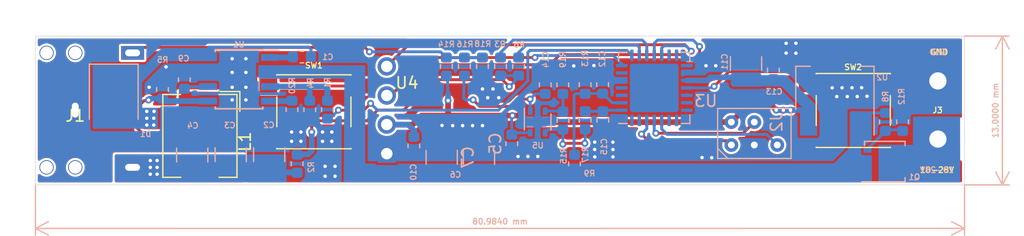
<source format=kicad_pcb>
(kicad_pcb (version 20211014) (generator pcbnew)
  (layers (0 "F.Cu" signal) (31 "B.Cu" signal) (34 "B.Paste" user) (35 "F.Paste" user) (36 "B.SilkS" user "B.Silkscreen") (37 "F.SilkS" user "F.Silkscreen") (38 "B.Mask" user) (39 "F.Mask" user) (44 "Edge.Cuts" user))
  (net 0 "")
  (net 1 "Out_Heater")
  (net 2 "GND")
  (net 3 "AN3_U_supply")
  (net 4 "RA2")
  (net 5 "Sensor_Temperatur")
  (net 6 "DC_IN")
  (net 7 "VDD")
  (net 8 "TIP_SUPPLY_EN")
  (net 9 "IN_SW1")
  (net 10 "IN_SW2")
  (net 11 "RC2")
  (net 12 "RC1")
  (net 13 "ICSPCLK")
  (net 14 "ICSPDAT")
  (net 15 "MCLR")
  (net 26 "unconnected-(U3-Pad12)")
  (net 27 "unconnected-(U3-Pad11)")
  (footprint "Juergen:L_Bourns_SRP6540T" (layer "F.Cu") (at 35.3416 28.7186 -90)
    (fp_text reference "L1")
    (fp_text value "SRP6540-3R3M")
  )
  (footprint "Juergen:SW_Push_1P1T_NO_6x6mm_H9.5mm" (layer "F.Cu") (at 92.3 26.5 180)
    (fp_text reference "SW2")
    (fp_text value "Schurter_1301.9319")
  )
  (footprint "Connector_Wire:SolderWirePad_1x02_P5.08mm_Drill1.5mm" (layer "F.Cu") (at 99.67472 28.99668 90)
    (fp_text reference "J3")
    (fp_text value "Jack-DC")
  )
  (footprint "Juergen:SW_Push_1P1T_NO_6x6mm_H9.5mm" (layer "F.Cu") (at 45.2858 26.61372)
    (fp_text reference "SW1")
    (fp_text value "Schurter_1301.9319")
  )
  (footprint "Juergen:JY039-3P" (layer "F.Cu") (at 24.4856 26.4668)
    (fp_text reference "J1")
    (fp_text value "AudioJack3")
  )
  (footprint "Juergen:OLED_128x32" (layer "F.Cu") (at 65.8 26.46176)
    (fp_text reference "U4")
    (fp_text value "OLED_128x32")
  )
  (footprint "Capacitor_SMD:C_1210_3225Metric" (layer "B.Cu") (at 41.3868 30.3632 90)
    (fp_text reference "C2")
    (fp_text value "47uF X5R 16V")
  )
  (footprint "Capacitor_SMD:C_1210_3225Metric" (layer "B.Cu") (at 38.034 30.3632 90)
    (fp_text reference "C3")
    (fp_text value "47uF X5R 16V")
  )
  (footprint "Juergen:D_PowerDI-5" (layer "B.Cu") (at 27.8384 26.266 -90)
    (fp_text reference "D1")
    (fp_text value "PDS760-13")
  )
  (footprint "Capacitor_SMD:C_0603_1608Metric" (layer "B.Cu") (at 65.45076 24.26212 90)
    (fp_text reference "C14")
    (fp_text value "10n")
  )
  (footprint "Capacitor_SMD:C_0603_1608Metric" (layer "B.Cu") (at 70.4698 27.35594 -90)
    (fp_text reference "C15")
    (fp_text value "10n")
  )
  (footprint "Resistor_SMD:R_0603_1608Metric" (layer "B.Cu") (at 59.9796 22.6671 -90)
    (fp_text reference "R18")
    (fp_text value "10M")
  )
  (footprint "Capacitor_SMD:C_1210_3225Metric" (layer "B.Cu") (at 34.6812 30.3916 90)
    (fp_text reference "C4")
    (fp_text value "47uF X5R 16V")
  )
  (footprint "Capacitor_SMD:C_1210_3225Metric" (layer "B.Cu") (at 82.9539 22.4033 90)
    (fp_text reference "C11")
    (fp_text value "47uF X5R 16V")
  )
  (footprint "Resistor_SMD:R_0603_1608Metric" (layer "B.Cu") (at 46.4668 26.4262 90)
    (fp_text reference "R1")
    (fp_text value "4k7")
  )
  (footprint "Resistor_SMD:R_0603_1608Metric" (layer "B.Cu") (at 61.5544 22.6671 -90)
    (fp_text reference "R3")
    (fp_text value "4k7")
  )
  (footprint "Resistor_SMD:R_0603_1608Metric" (layer "B.Cu") (at 63.1292 22.6671 -90)
    (fp_text reference "R6")
    (fp_text value "2k7")
  )
  (footprint "Package_SO:TI_SO-PowerPAD-8_ThermalVias" (layer "B.Cu") (at 38.7604 23.7744 180)
    (fp_text reference "U1")
    (fp_text value "LMR14050SDDAR")
  )
  (footprint "Package_TO_SOT_SMD:SOT-223-3_TabPin2" (layer "B.Cu") (at 90.7 24.55 90)
    (fp_text reference "U2")
    (fp_text value "MIC5233-3.3YS")
  )
  (footprint "Resistor_SMD:R_0603_1608Metric" (layer "B.Cu") (at 43.37308 26.4262 90)
    (fp_text reference "R20")
    (fp_text value "39k")
  )
  (footprint "Resistor_SMD:R_0603_1608Metric" (layer "B.Cu") (at 56.83 22.6671 90)
    (fp_text reference "R14")
    (fp_text value "1M")
  )
  (footprint "Resistor_SMD:R_0603_1608Metric" (layer "B.Cu") (at 66.99508 27.37616 -90)
    (fp_text reference "R15")
    (fp_text value "39k")
  )
  (footprint "Resistor_SMD:R_0603_1608Metric" (layer "B.Cu") (at 66.98492 24.26212 90)
    (fp_text reference "R19")
    (fp_text value "150R")
  )
  (footprint "Capacitor_SMD:C_1210_3225Metric" (layer "B.Cu") (at 59.6748 30.5948 90)
    (fp_text reference "C6")
    (fp_text value "10uF X7R 50V")
  )
  (footprint "Capacitor_SMD:C_0603_1608Metric" (layer "B.Cu") (at 44.2468 21.8288 180)
    (fp_text reference "C1")
    (fp_text value "100nF")
  )
  (footprint "Resistor_SMD:R_0603_1608Metric" (layer "B.Cu") (at 32.0904 24.6736 90)
    (fp_text reference "R5")
    (fp_text value "2k2")
  )
  (footprint "Capacitor_SMD:C_0603_1608Metric" (layer "B.Cu") (at 33.99032 23.81508 -90)
    (fp_text reference "C9")
    (fp_text value "8n2")
  )
  (footprint "Capacitor_SMD:C_0603_1608Metric" (layer "B.Cu") (at 70.45456 24.2418 90)
    (fp_text reference "C12")
    (fp_text value "10n")
  )
  (footprint "Resistor_SMD:R_0603_1608Metric" (layer "B.Cu") (at 58.4048 22.6669 -90)
    (fp_text reference "R16")
    (fp_text value "5k6")
  )
  (footprint "Resistor_SMD:R_0603_1608Metric" (layer "B.Cu") (at 68.93056 27.35594 90)
    (fp_text reference "R17")
    (fp_text value "5k6")
  )
  (footprint "Capacitor_SMD:C_0603_1608Metric" (layer "B.Cu") (at 85.33388 22.9718 -90)
    (fp_text reference "C13")
    (fp_text value "100nF")
  )
  (footprint "Resistor_SMD:R_0603_1608Metric" (layer "B.Cu") (at 43.8252 31.1505 90)
    (fp_text reference "R2")
    (fp_text value "10k")
  )
  (footprint "Juergen:ICSP_2mm" (layer "B.Cu") (at 83.67272 28.51408 -90)
    (fp_text reference "J2")
    (fp_text value "Conn_01x05")
  )
  (footprint "Package_DFN_QFN:QFN-28-1EP_6x6mm_P0.65mm_EP4.25x4.25mm" (layer "B.Cu") (at 74.95036 24.52628)
    (fp_text reference "U3")
    (fp_text value "PIC16F1788-xML")
  )
  (footprint "Capacitor_SMD:C_0603_1608Metric" (layer "B.Cu") (at 54.00044 29.59104 -90)
    (fp_text reference "C10")
    (fp_text value "100nF")
  )
  (footprint "Resistor_SMD:R_0603_1608Metric" (layer "B.Cu") (at 44.92756 26.43636 -90)
    (fp_text reference "R4")
    (fp_text value "4k7")
  )
  (footprint "Juergen:Diodes_PowerDI3333-8" (layer "B.Cu") (at 95.045 30.965)
    (fp_text reference "Q1")
    (fp_text value "DMP4013LFG-7")
  )
  (footprint "Resistor_SMD:R_0603_1608Metric" (layer "B.Cu") (at 95.1 27.5 -90)
    (fp_text reference "R8")
    (fp_text value "18k")
  )
  (footprint "Resistor_SMD:R_0603_1608Metric" (layer "B.Cu") (at 96.6 27.5 90)
    (fp_text reference "R12")
    (fp_text value "10k")
  )
  (footprint "Resistor_SMD:R_0603_1608Metric" (layer "B.Cu") (at 68.92548 24.25196 90)
    (fp_text reference "R13")
    (fp_text value "1k6")
  )
  (footprint "Package_TO_SOT_SMD:SOT-353_SC-70-5" (layer "B.Cu") (at 64.79036 27.49808 -90)
    (fp_text reference "U5")
    (fp_text value "TLV333IDCKR")
  )
  (footprint "Capacitor_SMD:C_0603_1608Metric" (layer "B.Cu") (at 62.53484 29.40308 -90)
    (fp_text reference "C5")
    (fp_text value "100nF")
  )
  (footprint "Resistor_SMD:R_0603_1608Metric" (layer "B.Cu") (at 68.00092 31.16076 90)
    (fp_text reference "R9")
    (fp_text value "39k")
  )
  (footprint "Capacitor_SMD:C_1210_3225Metric" (layer "B.Cu") (at 56.4236 30.5948 90)
    (fp_text reference "C7")
    (fp_text value "10uF X7R 50V")
  )
  (gr_line (start 80.4774 30.6934) (end 80.4774 26.3246) (layer "B.SilkS") (width 0.12))
  (gr_line (start 80.5028 26.3246) (end 86.8782 26.3246) (layer "B.SilkS") (width 0.12))
  (gr_line (start 86.8782 26.3246) (end 86.8782 30.6934) (layer "B.SilkS") (width 0.12))
  (gr_line (start 86.8782 30.6934) (end 80.4774 30.6934) (layer "B.SilkS") (width 0.12))
  (gr_line (start 80.4774 29.8044) (end 81.341 30.668) (layer "B.SilkS") (width 0.12))
  (gr_line (start 102 20) (end 21 20) (layer "Edge.Cuts") (width 0.05))
  (gr_line (start 21 20) (end 21 23) (layer "Edge.Cuts") (width 0.05))
  (gr_line (start 21 33) (end 102 33) (layer "Edge.Cuts") (width 0.05))
  (gr_line (start 21 23) (end 21 30) (layer "Edge.Cuts") (width 0.05))
  (gr_line (start 21 30) (end 21 33) (layer "Edge.Cuts") (width 0.05))
  (gr_line (start 102 20) (end 102 33) (layer "Edge.Cuts") (width 0.05))
  (gr_text "GND" (at 99.7 21.4) (layer "B.SilkS") (effects (font (size 0.5 0.5) (thickness 0.1)) (justify mirror)))
  (gr_text "10-28V" (at 99.6 31.7) (layer "B.SilkS") (effects (font (size 0.5 0.5) (thickness 0.1)) (justify mirror)))
  (gr_text "10-28V\n" (at 99.6 31.7) (layer "F.SilkS") (effects (font (size 0.5 0.5) (thickness 0.1))))
  (gr_text "GND\n" (at 99.8 21.4) (layer "F.SilkS") (effects (font (size 0.5 0.5) (thickness 0.1))))
  (dimension (type aligned) (layer "B.SilkS") (pts (xy 102 20) (xy 102 33)) (height -3.3) (gr_text "13.0000 mm" (at 104.7 26.5 90) (layer "B.SilkS") (effects (font (size 0.5 0.5) (thickness 0.1)))) (format (units 2) (units_format 1) (precision 4)) (style (thickness 0.12) (arrow_length 1.27) (text_position_mode 0) (extension_height 0.58642) (extension_offset 0) keep_text_aligned))
  (dimension (type aligned) (layer "B.SilkS") (pts (xy 102 33) (xy 21.016 33.0048)) (height -3.799999) (gr_text "80.9840 mm" (at 61.508189 36.202399 0.003395976259) (layer "B.SilkS") (effects (font (size 0.5 0.5) (thickness 0.1)))) (format (units 2) (units_format 1) (precision 4)) (style (thickness 0.12) (arrow_length 1.27) (text_position_mode 0) (extension_height 0.58642) (extension_offset 0) keep_text_aligned))
  (segment (start 45.095204 27.957736) (end 45.095204 28.382) (width 0.25) (layer "F.Cu") (net 0))
  (segment (start 62.45356 26.1468) (end 63.09364 25.50672) (width 0.25) (layer "F.Cu") (net 0))
  (segment (start 62.3164 24.4196) (end 61.7068 23.81) (width 0.25) (layer "F.Cu") (net 0))
  (segment (start 29.92632 26.20776) (end 29.92632 28.08228) (width 0.25) (layer "F.Cu") (net 0))
  (segment (start 40.4 27.4) (end 45.0022 27.4) (width 0.25) (layer "F.Cu") (net 0))
  (segment (start 61.7068 23.81) (end 55.7632 23.81) (width 0.25) (layer "F.Cu") (net 0))
  (segment (start 66.97984 29.44372) (end 67.054868 29.368692) (width 0.25) (layer "F.Cu") (net 0))
  (segment (start 30.48008 25.654) (end 29.92632 26.20776) (width 0.25) (layer "F.Cu") (net 0))
  (segment (start 45.0444 27.4422) (end 45.095204 27.493004) (width 0.25) (layer "F.Cu") (net 0))
  (segment (start 38.796 28.52932) (end 39.27068 28.52932) (width 0.25) (layer "F.Cu") (net 0))
  (segment (start 39.27068 28.52932) (end 40.4 27.4) (width 0.25) (layer "F.Cu") (net 0))
  (segment (start 30.8052 25.654) (end 30.8712 25.588) (width 0.25) (layer "F.Cu") (net 0))
  (segment (start 53.11652 26.45668) (end 50.84332 26.45668) (width 0.25) (layer "F.Cu") (net 0))
  (segment (start 63.09364 25.50672) (end 64.13504 25.50672) (width 0.25) (layer "F.Cu") (net 0))
  (segment (start 29.92632 28.08228) (end 30.36828 28.52424) (width 0.25) (layer "F.Cu") (net 0))
  (segment (start 59.1668 25.571485) (end 59.742115 26.1468) (width 0.25) (layer "F.Cu") (net 0))
  (segment (start 50.84332 26.45668) (end 49.9 27.4) (width 0.25) (layer "F.Cu") (net 0))
  (segment (start 67.054868 29.368692) (end 68.901297 29.368692) (width 0.25) (layer "F.Cu") (net 0))
  (segment (start 30.48008 25.654) (end 30.8052 25.654) (width 0.25) (layer "F.Cu") (net 0))
  (segment (start 49.9 27.4) (end 43.3 27.4) (width 0.25) (layer "F.Cu") (net 0))
  (segment (start 30.36828 28.52424) (end 38.79092 28.52424) (width 0.25) (layer "F.Cu") (net 0))
  (segment (start 45.095204 27.493004) (end 45.095204 27.957736) (width 0.25) (layer "F.Cu") (net 0))
  (segment (start 55.7632 23.81) (end 53.11652 26.45668) (width 0.25) (layer "F.Cu") (net 0))
  (segment (start 59.742115 26.1468) (end 62.45356 26.1468) (width 0.25) (layer "F.Cu") (net 0))
  (via (at 30.7188 27.7724) (size 0.6) (drill 0.3) (layers "F.Cu" "B.Cu") (net 0))
  (via (at 31.3538 26.5786) (size 0.6) (drill 0.3) (layers "F.Cu" "B.Cu") (net 0))
  (via (at 30.7188 26.5786) (size 0.6) (drill 0.3) (layers "F.Cu" "B.Cu") (net 0))
  (via (at 31.3284 27.7724) (size 0.6) (drill 0.3) (layers "F.Cu" "B.Cu") (net 0))
  (via (at 59.1668 25.571485) (size 0.6) (drill 0.3) (layers "F.Cu" "B.Cu") (net 0))
  (via (at 30.7188 27.1755) (size 0.6) (drill 0.3) (layers "F.Cu" "B.Cu") (net 0))
  (via (at 68.901297 29.368692) (size 0.6) (drill 0.3) (layers "F.Cu" "B.Cu") (net 0))
  (via (at 45.095204 28.382) (size 0.6) (drill 0.3) (layers "F.Cu" "B.Cu") (net 0))
  (via (at 62.3164 24.4196) (size 0.6) (drill 0.3) (layers "F.Cu" "B.Cu") (net 0))
  (via (at 64.13504 25.50672) (size 0.6) (drill 0.3) (layers "F.Cu" "B.Cu") (net 0))
  (via (at 66.97984 29.44372) (size 0.6) (drill 0.3) (layers "F.Cu" "B.Cu") (net 0))
  (via (at 31.3284 27.1755) (size 0.6) (drill 0.3) (layers "F.Cu" "B.Cu") (net 0))
  (via (at 30.8712 25.588) (size 0.6) (drill 0.3) (layers "F.Cu" "B.Cu") (net 0))
  (segment (start 66.99508 28.16366) (end 66.99508 28.60116) (width 0.25) (layer "B.Cu") (net 0))
  (segment (start 41.4605 25.6793) (end 41.4604 25.6794) (width 0.5) (layer "B.Cu") (net 0))
  (segment (start 66.99508 28.16366) (end 65.72478 28.16366) (width 0.25) (layer "B.Cu") (net 0))
  (segment (start 64.14036 25.51204) (end 64.13504 25.50672) (width 0.25) (layer "B.Cu") (net 0))
  (segment (start 41.4604 24.4094) (end 46.2534 24.4094) (width 0.5) (layer "B.Cu") (net 0))
  (segment (start 32.1564 25.6794) (end 32.0523 25.5753) (width 0.5) (layer "B.Cu") (net 0))
  (segment (start 34.271 24.4094) (end 33.99032 24.69008) (width 0.25) (layer "B.Cu") (net 0))
  (segment (start 36.1138 21.8694) (end 36.0604 21.8694) (width 0.25) (layer "B.Cu") (net 0))
  (segment (start 68.93056 29.339429) (end 68.901297 29.368692) (width 0.25) (layer "B.Cu") (net 0))
  (segment (start 63.1292 23.6068) (end 63.1292 23.4546) (width 0.25) (layer "B.Cu") (net 0))
  (segment (start 32.0904 25.4611) (end 30.9981 25.4611) (width 0.5) (layer "B.Cu") (net 0))
  (segment (start 66.98492 28.61132) (end 66.98492 29.43864) (width 0.25) (layer "B.Cu") (net 0))
  (segment (start 46.2534 24.4094) (end 46.47696 24.63296) (width 0.5) (layer "B.Cu") (net 0))
  (segment (start 95.3 28.2) (end 95.0697 28.4303) (width 0.25) (layer "B.Cu") (net 0))
  (segment (start 61.5694 23.5157) (end 61.6204 23.4647) (width 0.5) (layer "B.Cu") (net 0))
  (segment (start 68.93056 28.14344) (end 68.93056 29.339429) (width 0.25) (layer "B.Cu") (net 0))
  (segment (start 65.72478 28.16366) (end 65.44036 28.44808) (width 0.25) (layer "B.Cu") (net 0))
  (segment (start 44.8337 20.9652) (end 36.1646 20.9652) (width 0.25) (layer "B.Cu") (net 0))
  (segment (start 45.0343 21.1658) (end 44.8337 20.9652) (width 0.25) (layer "B.Cu") (net 0))
  (segment (start 58.3428 24.9784) (end 58.3428 25.4117) (width 0.25) (layer "B.Cu") (net 0))
  (segment (start 95.0697 28.4303) (end 95.0697 28.4582) (width 0.25) (layer "B.Cu") (net 0))
  (segment (start 64.14036 26.54808) (end 64.14036 25.51204) (width 0.25) (layer "B.Cu") (net 0))
  (segment (start 36.0604 24.4094) (end 34.271 24.4094) (width 0.25) (layer "B.Cu") (net 0))
  (segment (start 43.2307 21.8694) (end 43.4593 21.6408) (width 0.5) (layer "B.Cu") (net 0))
  (segment (start 66.9545 26.54808) (end 66.99508 26.58866) (width 0.25) (layer "B.Cu") (net 0))
  (segment (start 66.99508 25.05978) (end 66.98492 25.04962) (width 0.25) (layer "B.Cu") (net 0))
  (segment (start 46.47188 24.7498) (end 46.47188 25.5879) (width 0.5) (layer "B.Cu") (net 0))
  (segment (start 43.5356 25.6793) (end 41.4605 25.6793) (width 0.5) (layer "B.Cu") (net 0))
  (segment (start 64.59214 25.04962) (end 64.13504 25.50672) (width 0.25) (layer "B.Cu") (net 0))
  (segment (start 41.4604 21.8694) (end 43.2307 21.8694) (width 0.5) (layer "B.Cu") (net 0))
  (segment (start 65.44036 26.54808) (end 66.9545 26.54808) (width 0.25) (layer "B.Cu") (net 0))
  (segment (start 93.545 29.8559) (end 93.545 29.925) (width 0.25) (layer "B.Cu") (net 0))
  (segment (start 32.0523 25.5753) (end 32.0523 25.4992) (width 0.5) (layer "B.Cu") (net 0))
  (segment (start 62.3164 24.4196) (end 63.1292 23.6068) (width 0.25) (layer "B.Cu") (net 0))
  (segment (start 45.095204 30.007596) (end 45.095204 28.806264) (width 0.5) (layer "B.Cu") (net 0))
  (segment (start 32.0523 25.4992) (end 32.0904 25.4611) (width 0.5) (layer "B.Cu") (net 0))
  (segment (start 46.2534 24.4094) (end 45.146 24.4094) (width 0.5) (layer "B.Cu") (net 0))
  (segment (start 58.3428 25.4117) (end 58.5064 25.5753) (width 0.25) (layer "B.Cu") (net 0))
  (segment (start 46.47696 24.63296) (end 46.47696 25.78104) (width 0.5) (layer "B.Cu") (net 0))
  (segment (start 95.1 28.1875) (end 96.7 28.1875) (width 0.25) (layer "B.Cu") (net 0))
  (segment (start 58.353 24.9682) (end 58.353 23.5317) (width 0.25) (layer "B.Cu") (net 0))
  (segment (start 45.146 24.4094) (end 45.1104 24.445) (width 0.5) (layer "B.Cu") (net 0))
  (segment (start 36.1646 20.9652) (end 36.0604 21.0694) (width 0.25) (layer "B.Cu") (net 0))
  (segment (start 36.0604 21.0694) (end 36.0604 21.8694) (width 0.25) (layer "B.Cu") (net 0))
  (segment (start 44.7754 30.3274) (end 45.095204 30.007596) (width 0.5) (layer "B.Cu") (net 0))
  (segment (start 44.0436 30.3274) (end 44.7754 30.3274) (width 0.5) (layer "B.Cu") (net 0))
  (segment (start 66.99508 28.60116) (end 66.98492 28.61132) (width 0.25) (layer "B.Cu") (net 0))
  (segment (start 94.9427 28.4582) (end 93.545 29.8559) (width 0.25) (layer "B.Cu") (net 0))
  (segment (start 95.0697 28.4582) (end 94.9427 28.4582) (width 0.25) (layer "B.Cu") (net 0))
  (segment (start 66.99508 26.58866) (end 66.99508 25.05978) (width 0.25) (layer "B.Cu") (net 0))
  (segment (start 66.98492 29.43864) (end 66.97984 29.44372) (width 0.25) (layer "B.Cu") (net 0))
  (segment (start 45.0343 21.6408) (end 45.0343 21.1658) (width 0.25) (layer "B.Cu") (net 0))
  (segment (start 45.095204 28.806264) (end 45.095204 28.382) (width 0.5) (layer "B.Cu") (net 0))
  (segment (start 58.353 23.5317) (end 58.415 23.4697) (width 0.25) (layer "B.Cu") (net 0))
  (segment (start 65.45076 25.04962) (end 64.59214 25.04962) (width 0.25) (layer "B.Cu") (net 0))
  (segment (start 59.162985 25.5753) (end 59.1668 25.571485) (width 0.25) (layer "B.Cu") (net 0))
  (segment (start 58.5064 25.5753) (end 59.162985 25.5753) (width 0.25) (layer "B.Cu") (net 0))
  (segment (start 44.9174 24.445) (end 44.9174 25.654) (width 0.5) (layer "B.Cu") (net 0))
  (segment (start 63.1292 23.4546) (end 61.5544 23.4546) (width 0.25) (layer "B.Cu") (net 0))
  (segment (start 30.9981 25.4611) (end 30.8712 25.588) (width 0.5) (layer "B.Cu") (net 0))
  (segment (start 36.0604 25.6794) (end 32.1564 25.6794) (width 0.5) (layer "B.Cu") (net 0))
  (via (at 31.6205 30.8712) (size 0.6) (drill 0.3) (layers "F.Cu" "B.Cu") (net 1))
  (via (at 31.0236 32.065) (size 0.6) (drill 0.3) (layers "F.Cu" "B.Cu") (net 1))
  (via (at 31.6205 32.065) (size 0.6) (drill 0.3) (layers "F.Cu" "B.Cu") (net 1))
  (via (at 31.0236 31.4681) (size 0.6) (drill 0.3) (layers "F.Cu" "B.Cu") (net 1))
  (via (at 31.6205 31.4681) (size 0.6) (drill 0.3) (layers "F.Cu" "B.Cu") (net 1))
  (via (at 31.0236 30.8712) (size 0.6) (drill 0.3) (layers "F.Cu" "B.Cu") (net 1))
  (segment (start 44.0436 31.9024) (end 41.399 31.9024) (width 0.5) (layer "B.Cu") (net 1))
  (segment (start 41.399 31.9024) (end 41.2496 31.753) (width 0.5) (layer "B.Cu") (net 1))
  (segment (start 38.4912 23.5052) (end 38.7604 23.7744) (width 0.5) (layer "F.Cu") (net 2))
  (via (at 58.2524 27.8232) (size 0.6) (drill 0.3) (layers "F.Cu" "B.Cu") (net 2))
  (via (at 57.3888 27.8232) (size 0.6) (drill 0.3) (layers "F.Cu" "B.Cu") (net 2))
  (via (at 43.3426 29.1948) (size 0.6) (drill 0.3) (layers "F.Cu" "B.Cu") (net 2))
  (via (at 91.7804 25.2832) (size 0.6) (drill 0.3) (layers "F.Cu" "B.Cu") (net 2))
  (via (at 60.894 24.6228) (size 0.6) (drill 0.3) (layers "F.Cu" "B.Cu") (net 2))
  (via (at 46.8478 28.382) (size 0.6) (drill 0.3) (layers "F.Cu" "B.Cu") (net 2))
  (via (at 30.922 24.4704) (size 0.6) (drill 0.3) (layers "F.Cu" "B.Cu") (net 2))
  (via (at 71.35372 29.91108) (size 0.6) (drill 0.3) (layers "F.Cu" "B.Cu") (net 2))
  (via (at 86.4464 20.62992) (size 0.6) (drill 0.3) (layers "F.Cu" "B.Cu") (net 2))
  (via (at 32.3952 22.6924) (size 0.6) (drill 0.3) (layers "F.Cu" "B.Cu") (net 2))
  (via (at 44.1554 28.382) (size 0.6) (drill 0.3) (layers "F.Cu" "B.Cu") (net 2))
  (via (at 71.34864 29.26592) (size 0.6) (drill 0.3) (layers "F.Cu" "B.Cu") (net 2))
  (via (at 46.8478 29.1948) (size 0.6) (drill 0.3) (layers "F.Cu" "B.Cu") (net 2))
  (via (at 67.93488 22.61112) (size 0.6) (drill 0.3) (layers "F.Cu" "B.Cu") (net 2))
  (via (at 44.1554 29.1948) (size 0.6) (drill 0.3) (layers "F.Cu" "B.Cu") (net 2))
  (via (at 69.69256 22.57556) (size 0.6) (drill 0.3) (layers "F.Cu" "B.Cu") (net 2))
  (via (at 93.49744 25.2578) (size 0.6) (drill 0.3) (layers "F.Cu" "B.Cu") (net 2))
  (via (at 93.03008 24.51104) (size 0.6) (drill 0.3) (layers "F.Cu" "B.Cu") (net 2))
  (via (at 79.4614 22.5908) (size 0.6) (drill 0.3) (layers "F.Cu" "B.Cu") (net 2))
  (via (at 79.11596 30.61212) (size 0.6) (drill 0.3) (layers "F.Cu" "B.Cu") (net 2))
  (via (at 46.035 29.1948) (size 0.6) (drill 0.3) (layers "F.Cu" "B.Cu") (net 2))
  (via (at 63.942 30.5156) (size 0.6) (drill 0.3) (layers "F.Cu" "B.Cu") (net 2))
  (via (at 92.1868 24.5212) (size 0.6) (drill 0.3) (layers "F.Cu" "B.Cu") (net 2))
  (via (at 43.3426 28.382) (size 0.6) (drill 0.3) (layers "F.Cu" "B.Cu") (net 2))
  (via (at 59.9796 24.6228) (size 0.6) (drill 0.3) (layers "F.Cu" "B.Cu") (net 2))
  (via (at 90.4596 24.5212) (size 0.6) (drill 0.3) (layers "F.Cu" "B.Cu") (net 2))
  (via (at 69.76368 29.26084) (size 0.6) (drill 0.3) (layers "F.Cu" "B.Cu") (net 2))
  (via (at 91.3232 24.5212) (size 0.6) (drill 0.3) (layers "F.Cu" "B.Cu") (net 2))
  (via (at 80.3123 22.5908) (size 0.6) (drill 0.3) (layers "F.Cu" "B.Cu") (net 2))
  (via (at 86.4464 21.4859) (size 0.6) (drill 0.3) (layers "F.Cu" "B.Cu") (net 2))
  (via (at 87.2973 21.4986) (size 0.6) (drill 0.3) (layers "F.Cu" "B.Cu") (net 2))
  (via (at 56.45408 27.80796) (size 0.6) (drill 0.3) (layers "F.Cu" "B.Cu") (net 2))
  (via (at 60.4368 25.3848) (size 0.6) (drill 0.3) (layers "F.Cu" "B.Cu") (net 2))
  (via (at 46.035 28.382) (size 0.6) (drill 0.3) (layers "F.Cu" "B.Cu") (net 2))
  (via (at 47.1272 31.3792) (size 0.6) (drill 0.3) (layers "F.Cu" "B.Cu") (net 2))
  (via (at 87.29984 20.62484) (size 0.6) (drill 0.3) (layers "F.Cu" "B.Cu") (net 2))
  (via (at 71.35372 30.55116) (size 0.6) (drill 0.3) (layers "F.Cu" "B.Cu") (net 2))
  (via (at 69.76876 30.55624) (size 0.6) (drill 0.3) (layers "F.Cu" "B.Cu") (net 2))
  (via (at 69.7586 29.906) (size 0.6) (drill 0.3) (layers "F.Cu" "B.Cu") (net 2))
  (via (at 59.116 27.8232) (size 0.6) (drill 0.3) (layers "F.Cu" "B.Cu") (net 2))
  (via (at 46.2636 31.3792) (size 0.6) (drill 0.3) (layers "F.Cu" "B.Cu") (net 2))
  (via (at 64.8056 30.5156) (size 0.6) (drill 0.3) (layers "F.Cu" "B.Cu") (net 2))
  (via (at 90.866 25.2832) (size 0.6) (drill 0.3) (layers "F.Cu" "B.Cu") (net 2))
  (via (at 46.2636 32.2428) (size 0.6) (drill 0.3) (layers "F.Cu" "B.Cu") (net 2))
  (via (at 63.0784 30.5156) (size 0.6) (drill 0.3) (layers "F.Cu" "B.Cu") (net 2))
  (via (at 92.644 25.2832) (size 0.6) (drill 0.3) (layers "F.Cu" "B.Cu") (net 2))
  (via (at 47.1272 32.2428) (size 0.6) (drill 0.3) (layers "F.Cu" "B.Cu") (net 2))
  (via (at 59.9796 27.8232) (size 0.6) (drill 0.3) (layers "F.Cu" "B.Cu") (net 2))
  (via (at 61.402 25.3848) (size 0.6) (drill 0.3) (layers "F.Cu" "B.Cu") (net 2))
  (via (at 79.96432 30.62228) (size 0.6) (drill 0.3) (layers "F.Cu" "B.Cu") (net 2))
  (segment (start 38.1254 23.1394) (end 38.7604 23.7744) (width 1) (layer "B.Cu") (net 2))
  (segment (start 59.9796 24.6736) (end 59.9796 23.4546) (width 0.25) (layer "B.Cu") (net 2))
  (segment (start 36.0604 23.1394) (end 38.1254 23.1394) (width 1) (layer "B.Cu") (net 2))
  (segment (start 68.09734 25.03946) (end 68.92548 25.03946) (width 0.25) (layer "B.Cu") (net 3))
  (segment (start 67.96028 25.17652) (end 68.09734 25.03946) (width 0.25) (layer "B.Cu") (net 3))
  (segment (start 68.7934 25.01416) (end 68.77816 25.0294) (width 0.25) (layer "B.Cu") (net 3))
  (segment (start 67.9552 30.24636) (end 67.96028 30.24128) (width 0.25) (layer "B.Cu") (net 3))
  (segment (start 72.11286 25.82628) (end 71.29208 25.82628) (width 0.25) (layer "B.Cu") (net 3))
  (segment (start 71.29208 25.82628) (end 70.47996 25.01416) (width 0.25) (layer "B.Cu") (net 3))
  (segment (start 67.96028 30.24128) (end 67.96028 25.17652) (width 0.25) (layer "B.Cu") (net 3))
  (segment (start 67.79782 30.24636) (end 67.9552 30.24636) (width 0.25) (layer "B.Cu") (net 3))
  (segment (start 70.47996 25.01416) (end 68.7934 25.01416) (width 0.25) (layer "B.Cu") (net 3))
  (segment (start 70.56196 26.47628) (end 70.4698 26.56844) (width 0.25) (layer "B.Cu") (net 4))
  (segment (start 72.11286 26.47628) (end 70.56196 26.47628) (width 0.25) (layer "B.Cu") (net 4))
  (segment (start 68.93056 26.56844) (end 70.4698 26.56844) (width 0.25) (layer "B.Cu") (net 4))
  (segment (start 29.9618 20.9906) (end 29.4856 21.4668) (width 0.25) (layer "F.Cu") (net 5))
  (segment (start 50.1244 21.3716) (end 49.7434 20.9906) (width 0.25) (layer "F.Cu") (net 5))
  (segment (start 49.7434 20.9906) (end 29.9618 20.9906) (width 0.25) (layer "F.Cu") (net 5))
  (via (at 50.1244 21.3716) (size 0.6) (drill 0.3) (layers "F.Cu" "B.Cu") (net 5))
  (segment (start 50.1752 21.3716) (end 56.322 21.3716) (width 0.25) (layer "B.Cu") (net 5))
  (segment (start 50.1244 21.3208) (end 50.1752 21.3716) (width 0.25) (layer "B.Cu") (net 5))
  (segment (start 56.891 21.8947) (end 59.939 21.8947) (width 0.25) (layer "B.Cu") (net 5))
  (segment (start 56.322 21.3716) (end 56.83 21.8796) (width 0.25) (layer "B.Cu") (net 5))
  (segment (start 92.9869 26.8707) (end 92.9869 27.6869) (width 0.25) (layer "B.Cu") (net 6))
  (segment (start 95.1 26.7125) (end 93.1451 26.7125) (width 0.25) (layer "B.Cu") (net 6))
  (segment (start 93.1451 26.7125) (end 92.9869 26.8707) (width 0.25) (layer "B.Cu") (net 6))
  (segment (start 92.9869 27.6869) (end 93 27.7) (width 0.25) (layer "B.Cu") (net 6))
  (segment (start 63.67098 27.51408) (end 81.67272 27.51408) (width 0.5) (layer "F.Cu") (net 7))
  (segment (start 63.1038 26.9469) (end 63.67098 27.51408) (width 0.5) (layer "F.Cu") (net 7))
  (segment (start 85.182801 26.064301) (end 85.5828 26.4643) (width 0.5) (layer "F.Cu") (net 7))
  (segment (start 56.980799 26.932599) (end 56.980799 25.629989) (width 0.5) (layer "F.Cu") (net 7))
  (segment (start 81.67272 27.51408) (end 83.122499 26.064301) (width 0.5) (layer "F.Cu") (net 7))
  (segment (start 86.81978 26.4643) (end 86.8274 26.47192) (width 0.5) (layer "F.Cu") (net 7))
  (segment (start 56.9951 26.9469) (end 56.980799 26.932599) (width 0.5) (layer "F.Cu") (net 7))
  (segment (start 53.90188 27.73176) (end 54.68674 26.9469) (width 0.5) (layer "F.Cu") (net 7))
  (segment (start 54.68674 26.9469) (end 56.9545 26.9469) (width 0.5) (layer "F.Cu") (net 7))
  (segment (start 85.5828 26.4643) (end 86.81978 26.4643) (width 0.5) (layer "F.Cu") (net 7))
  (segment (start 56.9951 26.9469) (end 62.59326 26.9469) (width 0.5) (layer "F.Cu") (net 7))
  (segment (start 62.59326 26.9469) (end 63.1038 26.9469) (width 0.5) (layer "F.Cu") (net 7))
  (segment (start 51.54984 27.73176) (end 53.90188 27.73176) (width 0.5) (layer "F.Cu") (net 7))
  (segment (start 83.122499 26.064301) (end 85.182801 26.064301) (width 0.5) (layer "F.Cu") (net 7))
  (via (at 56.980799 25.629989) (size 0.6) (drill 0.3) (layers "F.Cu" "B.Cu") (net 7))
  (via (at 86.20256 26.477) (size 0.6) (drill 0.3) (layers "F.Cu" "B.Cu") (net 7))
  (via (at 62.59326 26.9469) (size 0.6) (drill 0.3) (layers "F.Cu" "B.Cu") (net 7))
  (via (at 85.5828 26.4643) (size 0.6) (drill 0.3) (layers "F.Cu" "B.Cu") (net 7))
  (via (at 86.8274 26.47192) (size 0.6) (drill 0.3) (layers "F.Cu" "B.Cu") (net 7))
  (segment (start 88.2097 26.4643) (end 88.505 26.169) (width 0.5) (layer "B.Cu") (net 7))
  (segment (start 79.580518 23.87628) (end 79.849998 23.6068) (width 0.5) (layer "B.Cu") (net 7))
  (segment (start 56.9428 23.5674) (end 56.83 23.4546) (width 0.25) (layer "B.Cu") (net 7))
  (segment (start 62.53484 28.52808) (end 62.53484 28.00308) (width 0.25) (layer "B.Cu") (net 7))
  (segment (start 83.7074 23.8832) (end 82.3824 23.8832) (width 1) (layer "B.Cu") (net 7))
  (segment (start 56.9428 24.9784) (end 56.9428 23.5674) (width 0.25) (layer "B.Cu") (net 7))
  (segment (start 54.03092 28.68172) (end 54.03092 28.26262) (width 0.5) (layer "B.Cu") (net 7))
  (segment (start 82.2554 23.9243) (end 82.2681 23.9116) (width 0.25) (layer "B.Cu") (net 7))
  (segment (start 79.849998 23.6068) (end 82.26556 23.6068) (width 0.5) (layer "B.Cu") (net 7))
  (segment (start 86.89276 24.55676) (end 88.505 26.169) (width 0.5) (layer "B.Cu") (net 7))
  (segment (start 85.6209 26.5024) (end 85.5828 26.4643) (width 0.5) (layer "B.Cu") (net 7))
  (segment (start 56.953 23.5317) (end 56.891 23.4697) (width 0.25) (layer "B.Cu") (net 7))
  (segment (start 82.46206 23.8033) (end 82.9539 23.8033) (width 0.5) (layer "B.Cu") (net 7))
  (segment (start 56.9824 25.0419) (end 56.980799 25.043501) (width 0.5) (layer "B.Cu") (net 7))
  (segment (start 62.61484 28.44808) (end 62.53484 28.52808) (width 0.25) (layer "B.Cu") (net 7))
  (segment (start 85.5828 26.4643) (end 88.2097 26.4643) (width 0.5) (layer "B.Cu") (net 7))
  (segment (start 77.78786 23.87628) (end 79.580518 23.87628) (width 0.5) (layer "B.Cu") (net 7))
  (segment (start 82.26556 23.6068) (end 82.46206 23.8033) (width 0.5) (layer "B.Cu") (net 7))
  (segment (start 82.4108 23.9116) (end 82.3824 23.8832) (width 1) (layer "B.Cu") (net 7))
  (segment (start 62.53484 28.00308) (end 62.5196 27.98784) (width 0.25) (layer "B.Cu") (net 7))
  (segment (start 54.03092 28.26262) (end 53.50006 27.73176) (width 0.5) (layer "B.Cu") (net 7))
  (segment (start 56.980799 25.043501) (end 56.980799 25.629989) (width 0.5) (layer "B.Cu") (net 7))
  (segment (start 88.505 26.169) (end 86.2476 23.9116) (width 1) (layer "B.Cu") (net 7))
  (segment (start 82.2681 23.9116) (end 82.354 23.9116) (width 0.25) (layer "B.Cu") (net 7))
  (segment (start 82.354 23.9116) (end 82.3824 23.8832) (width 0.25) (layer "B.Cu") (net 7))
  (segment (start 64.14036 28.44808) (end 62.61484 28.44808) (width 0.25) (layer "B.Cu") (net 7))
  (segment (start 88.505 28.169) (end 88.505 26.169) (width 1) (layer "B.Cu") (net 7))
  (segment (start 86.2476 23.9116) (end 82.4108 23.9116) (width 1) (layer "B.Cu") (net 7))
  (segment (start 62.5196 27.02056) (end 62.59326 26.9469) (width 0.25) (layer "B.Cu") (net 7))
  (segment (start 53.50006 27.73176) (end 51.54984 27.73176) (width 0.5) (layer "B.Cu") (net 7))
  (segment (start 62.5196 27.98784) (end 62.5196 27.02056) (width 0.25) (layer "B.Cu") (net 7))
  (segment (start 82.030699 23.531499) (end 82.3824 23.8832) (width 0.5) (layer "B.Cu") (net 7))
  (segment (start 50.23108 25.88772) (end 49.6418 26.477) (width 0.25) (layer "F.Cu") (net 8))
  (segment (start 50.23108 25.88264) (end 50.23108 25.88772) (width 0.25) (layer "F.Cu") (net 8))
  (segment (start 47.42692 26.477) (end 47.42184 26.47192) (width 0.25) (layer "F.Cu") (net 8))
  (segment (start 49.6418 26.477) (end 47.42692 26.477) (width 0.25) (layer "F.Cu") (net 8))
  (via (at 47.42184 26.47192) (size 0.6) (drill 0.3) (layers "F.Cu" "B.Cu") (net 8))
  (via (at 50.23108 25.88264) (size 0.6) (drill 0.3) (layers "F.Cu" "B.Cu") (net 8))
  (segment (start 46.6852 27.20856) (end 47.42184 26.47192) (width 0.25) (layer "B.Cu") (net 8))
  (segment (start 61.367761 26.475679) (end 50.824119 26.475679) (width 0.25) (layer "B.Cu") (net 8))
  (segment (start 64.114794 21.250032) (end 63.92921 21.435616) (width 0.25) (layer "B.Cu") (net 8))
  (segment (start 63.93184 23.901214) (end 63.93184 23.9116) (width 0.25) (layer "B.Cu") (net 8))
  (segment (start 50.824119 26.475679) (end 50.23108 25.88264) (width 0.25) (layer "B.Cu") (net 8))
  (segment (start 72.561612 21.250032) (end 64.114794 21.250032) (width 0.25) (layer "B.Cu") (net 8))
  (segment (start 73.00036 21.68878) (end 72.561612 21.250032) (width 0.25) (layer "B.Cu") (net 8))
  (segment (start 46.6852 27.2391) (end 46.6852 27.20856) (width 0.25) (layer "B.Cu") (net 8))
  (segment (start 63.92921 23.898584) (end 63.93184 23.901214) (width 0.25) (layer "B.Cu") (net 8))
  (segment (start 63.92921 21.435616) (end 63.92921 23.898584) (width 0.25) (layer "B.Cu") (net 8))
  (segment (start 63.93184 23.9116) (end 61.367761 26.475679) (width 0.25) (layer "B.Cu") (net 8))
  (segment (start 50.2858 24.36372) (end 50.6922 23.95732) (width 0.25) (layer "F.Cu") (net 9))
  (segment (start 49.2608 24.36372) (end 50.2858 24.36372) (width 0.25) (layer "F.Cu") (net 9))
  (segment (start 50.6922 23.95732) (end 52.37992 23.95732) (width 0.25) (layer "F.Cu") (net 9))
  (segment (start 54.462192 21.875048) (end 64.55422 21.875048) (width 0.25) (layer "F.Cu") (net 9))
  (segment (start 49.2608 24.36372) (end 41.3108 24.36372) (width 0.25) (layer "F.Cu") (net 9))
  (segment (start 52.37992 23.95732) (end 54.462192 21.875048) (width 0.25) (layer "F.Cu") (net 9))
  (via (at 64.55422 21.875048) (size 0.6) (drill 0.3) (layers "F.Cu" "B.Cu") (net 9))
  (segment (start 71.388219 21.701639) (end 64.727629 21.701639) (width 0.25) (layer "B.Cu") (net 9))
  (segment (start 64.654404 21.975232) (end 64.55422 21.875048) (width 0.25) (layer "B.Cu") (net 9))
  (segment (start 72.11286 22.57628) (end 72.11286 22.42628) (width 0.25) (layer "B.Cu") (net 9))
  (segment (start 64.727629 21.701639) (end 64.55422 21.875048) (width 0.25) (layer "B.Cu") (net 9))
  (segment (start 72.11286 22.42628) (end 71.388219 21.701639) (width 0.25) (layer "B.Cu") (net 9))
  (segment (start 87.1865 23.1115) (end 81.4553 23.1115) (width 0.25) (layer "F.Cu") (net 10))
  (segment (start 88.325 24.25) (end 87.1865 23.1115) (width 0.25) (layer "F.Cu") (net 10))
  (segment (start 81.4553 23.1115) (end 80.2279 24.3389) (width 0.25) (layer "F.Cu") (net 10))
  (segment (start 95.8096 23.7846) (end 96.275 24.25) (width 0.25) (layer "F.Cu") (net 10))
  (segment (start 88.325 24.25) (end 88.7904 23.7846) (width 0.25) (layer "F.Cu") (net 10))
  (segment (start 88.7904 23.7846) (end 95.8096 23.7846) (width 0.25) (layer "F.Cu") (net 10))
  (segment (start 88.325 24.063) (end 88.325 23.7602) (width 0.25) (layer "F.Cu") (net 10))
  (via (at 80.1726 24.3942) (size 0.6) (drill 0.3) (layers "F.Cu" "B.Cu") (net 10))
  (segment (start 80.04052 24.52628) (end 80.1726 24.3942) (width 0.25) (layer "B.Cu") (net 10))
  (segment (start 77.78786 24.52628) (end 80.04052 24.52628) (width 0.25) (layer "B.Cu") (net 10))
  (segment (start 74.30036 21.68878) (end 74.30036 20.74192) (width 0.25) (layer "B.Cu") (net 11))
  (segment (start 61.5544 21.4421) (end 61.5544 21.8796) (width 0.25) (layer "B.Cu") (net 11))
  (segment (start 62.646487 20.350013) (end 61.5544 21.4421) (width 0.25) (layer "B.Cu") (net 11))
  (segment (start 73.908453 20.350013) (end 62.646487 20.350013) (width 0.25) (layer "B.Cu") (net 11))
  (segment (start 74.30036 20.74192) (end 73.908453 20.350013) (width 0.25) (layer "B.Cu") (net 11))
  (segment (start 73.65036 20.97076) (end 73.479621 20.800021) (width 0.25) (layer "B.Cu") (net 12))
  (segment (start 73.65036 21.68878) (end 73.65036 20.97076) (width 0.25) (layer "B.Cu") (net 12))
  (segment (start 63.1292 21.4421) (end 63.1292 21.8796) (width 0.25) (layer "B.Cu") (net 12))
  (segment (start 73.479621 20.800021) (end 63.771279 20.800021) (width 0.25) (layer "B.Cu") (net 12))
  (segment (start 63.771279 20.800021) (end 63.1292 21.4421) (width 0.25) (layer "B.Cu") (net 12))
  (segment (start 75.6006 28.11784) (end 76.071839 28.589079) (width 0.25) (layer "B.Cu") (net 13))
  (segment (start 75.6006 27.36402) (end 75.6006 28.11784) (width 0.25) (layer "B.Cu") (net 13))
  (segment (start 76.071839 28.589079) (end 84.747719 28.589079) (width 0.25) (layer "B.Cu") (net 13))
  (segment (start 75.60036 27.36378) (end 75.6006 27.36402) (width 0.25) (layer "B.Cu") (net 13))
  (segment (start 84.747719 28.589079) (end 85.67272 29.51408) (width 0.25) (layer "B.Cu") (net 13))
  (segment (start 82.700633 28.486167) (end 75.095651 28.486167) (width 0.25) (layer "F.Cu") (net 14))
  (segment (start 83.67272 27.51408) (end 82.700633 28.486167) (width 0.25) (layer "F.Cu") (net 14))
  (via (at 75.095651 28.486167) (size 0.6) (drill 0.3) (layers "F.Cu" "B.Cu") (net 14))
  (segment (start 74.95036 27.36378) (end 74.95036 28.340876) (width 0.25) (layer "B.Cu") (net 14))
  (segment (start 74.95036 28.340876) (end 75.095651 28.486167) (width 0.25) (layer "B.Cu") (net 14))
  (segment (start 73.84292 28.5598) (end 74.42712 29.144) (width 0.25) (layer "F.Cu") (net 15))
  (segment (start 74.42712 29.144) (end 81.30264 29.144) (width 0.25) (layer "F.Cu") (net 15))
  (segment (start 81.30264 29.144) (end 81.67272 29.51408) (width 0.25) (layer "F.Cu") (net 15))
  (via (at 73.84292 28.5598) (size 0.6) (drill 0.3) (layers "F.Cu" "B.Cu") (net 15))
  (segment (start 74.30036 27.36378) (end 74.30012 27.36402) (width 0.25) (layer "B.Cu") (net 15))
  (segment (start 74.30012 27.36402) (end 74.30012 28.1026) (width 0.25) (layer "B.Cu") (net 15))
  (segment (start 74.30012 28.1026) (end 73.84292 28.5598) (width 0.25) (layer "B.Cu") (net 15))
  (segment (start 51.64 22.65176) (end 53.53484 20.75692) (width 0.25) (layer "F.Cu") (net 26))
  (segment (start 77.62244 20.75692) (end 78.18632 21.3208) (width 0.25) (layer "F.Cu") (net 26))
  (segment (start 53.53484 20.75692) (end 77.62244 20.75692) (width 0.25) (layer "F.Cu") (net 26))
  (via (at 78.18632 21.3208) (size 0.6) (drill 0.3) (layers "F.Cu" "B.Cu") (net 26))
  (segment (start 75.60036 21.68878) (end 75.60036 21.0518) (width 0.25) (layer "B.Cu") (net 26))
  (segment (start 75.804079 20.848081) (end 77.713601 20.848081) (width 0.25) (layer "B.Cu") (net 26))
  (segment (start 75.60036 21.0518) (end 75.804079 20.848081) (width 0.25) (layer "B.Cu") (net 26))
  (segment (start 77.713601 20.848081) (end 78.18632 21.3208) (width 0.25) (layer "B.Cu") (net 26))
  (segment (start 51.64 25.19176) (end 51.99384 25.19176) (width 0.25) (layer "F.Cu") (net 27))
  (segment (start 77.886319 21.945801) (end 78.486321 21.945801) (width 0.25) (layer "F.Cu") (net 27))
  (segment (start 77.561319 21.620801) (end 77.886319 21.945801) (width 0.25) (layer "F.Cu") (net 27))
  (segment (start 78.9026 21.529522) (end 78.9026 20.9144) (width 0.25) (layer "F.Cu") (net 27))
  (segment (start 65.847 22.50444) (end 66.730639 21.620801) (width 0.25) (layer "F.Cu") (net 27))
  (segment (start 66.730639 21.620801) (end 77.561319 21.620801) (width 0.25) (layer "F.Cu") (net 27))
  (segment (start 54.68116 22.50444) (end 65.847 22.50444) (width 0.25) (layer "F.Cu") (net 27))
  (segment (start 51.99384 25.19176) (end 54.68116 22.50444) (width 0.25) (layer "F.Cu") (net 27))
  (segment (start 78.486321 21.945801) (end 78.9026 21.529522) (width 0.25) (layer "F.Cu") (net 27))
  (via (at 78.9026 20.9144) (size 0.6) (drill 0.3) (layers "F.Cu" "B.Cu") (net 27))
  (segment (start 78.33821 20.35001) (end 75.23535 20.35001) (width 0.25) (layer "B.Cu") (net 27))
  (segment (start 74.95544 20.62992) (end 74.95544 21.6837) (width 0.25) (layer "B.Cu") (net 27))
  (segment (start 78.9026 20.9144) (end 78.33821 20.35001) (width 0.25) (layer "B.Cu") (net 27))
  (segment (start 75.23535 20.35001) (end 74.95544 20.62992) (width 0.25) (layer "B.Cu") (net 27))
  (segment (start 74.95544 21.6837) (end 74.95036 21.68878) (width 0.25) (layer "B.Cu") (net 27))
  (zone (net 2) (net_name "GND") (layer "F.Cu") (connect_pads yes (clearance 0.2)) (min_thickness 0.254) (fill yes (thermal_gap 0.508) (thermal_bridge_width 0.508) (smoothing chamfer))
    (polygon (pts (xy 102.3112 19.6088) (xy 102.362 33.3248) (xy 19.6596 33.3756) (xy 19.6596 19.6596)))
  )
  (zone (net 0) (net_name "") (layer "F.Cu") (priority 1) (connect_pads yes (clearance 0.2)) (min_thickness 0.254) (fill yes (thermal_gap 0.508) (thermal_bridge_width 0.508) (smoothing chamfer))
    (polygon (pts (xy 33.5128 26.2484) (xy 33.50139 24.8438) (xy 37.0688 24.86918) (xy 37.0688 28.13562) (xy 30.3911 28.1432) (xy 30.4013 26.2611) (xy 32.8041 26.2636)))
  )
  (zone (net 1) (net_name "Out_Heater") (layer "F.Cu") (priority 4) (connect_pads yes (clearance 0.2)) (min_thickness 0.254) (fill yes (thermal_gap 0.508) (thermal_bridge_width 0.508) (smoothing chamfer))
    (polygon (pts (xy 39.2024 32.9083) (xy 27.94 32.9032) (xy 27.94 30.353) (xy 39.2024 30.3581)))
  )
  (zone (net 0) (net_name "") (layer "B.Cu") (priority 8) (connect_pads yes (clearance 0.2)) (min_thickness 0.1) (fill yes (thermal_gap 0.508) (thermal_bridge_width 0.508) (smoothing chamfer))
    (polygon (pts (xy 101.6229 32.7762) (xy 94.5 32.775) (xy 94.5 29.5) (xy 97.5 29.5) (xy 97.5081 27.0358) (xy 101.6102 27.0358)))
  )
  (zone (net 0) (net_name "") (layer "B.Cu") (priority 3) (connect_pads yes (clearance 0.2)) (min_thickness 0.254) (fill yes (thermal_gap 0.508) (thermal_bridge_width 0.508) (smoothing chamfer))
    (polygon (pts (xy 36.81735 22.198291) (xy 32.1412 22.1971) (xy 30.3251 24.0132) (xy 30.3276 26.2636) (xy 31.696065 26.26364) (xy 31.697335 28.1026) (xy 26.4 28.1) (xy 26 28.1) (xy 26.0071 22.4765) (xy 30.5918 22.4765) (xy 32.0269 21.0414) (xy 36.8148 21.043781)))
  )
  (zone (net 2) (net_name "GND") (layer "B.Cu") (connect_pads yes (clearance 0.2)) (min_thickness 0.254) (fill yes (thermal_gap 0.508) (thermal_bridge_width 0.508) (smoothing chamfer))
    (polygon (pts (xy 102.325337 33.292483) (xy 19.541637 33.350883) (xy 19.602637 19.518083) (xy 102.335537 19.561283)))
  )
  (zone (net 1) (net_name "Out_Heater") (layer "B.Cu") (priority 4) (connect_pads yes (clearance 0.2)) (min_thickness 0.254) (fill yes (thermal_gap 0.508) (thermal_bridge_width 0.508) (smoothing chamfer))
    (polygon (pts (xy 42.9108 32.91628) (xy 27.9248 32.9032) (xy 27.9248 30.3276) (xy 42.9108 30.34068)))
  )
  (zone (net 6) (net_name "DC_IN") (layer "B.Cu") (priority 4) (connect_pads yes (clearance 0.2)) (min_thickness 0.254) (fill yes (thermal_gap 0.508) (thermal_bridge_width 0.508) (smoothing chamfer))
    (polygon (pts (xy 49.7688 31.1379) (xy 55.0164 31.1404) (xy 57.705169 31.1379) (xy 64.895632 31.1125) (xy 67.8028 31.1252) (xy 90.612 31.1125) (xy 91.9963 29.7282) (xy 91.996375 26.5627) (xy 93.914 26.5659) (xy 93.9262 32.9194) (xy 66.1264 32.9032) (xy 64.45 32.8956) (xy 58.6232 32.8092) (xy 56.5023 32.8295) (xy 47.8892 32.8143) (xy 47.94 23.7236) (xy 39.56685 23.7236) (xy 39.5732 22.54) (xy 49.7688 22.5476)))
  )
)
</source>
